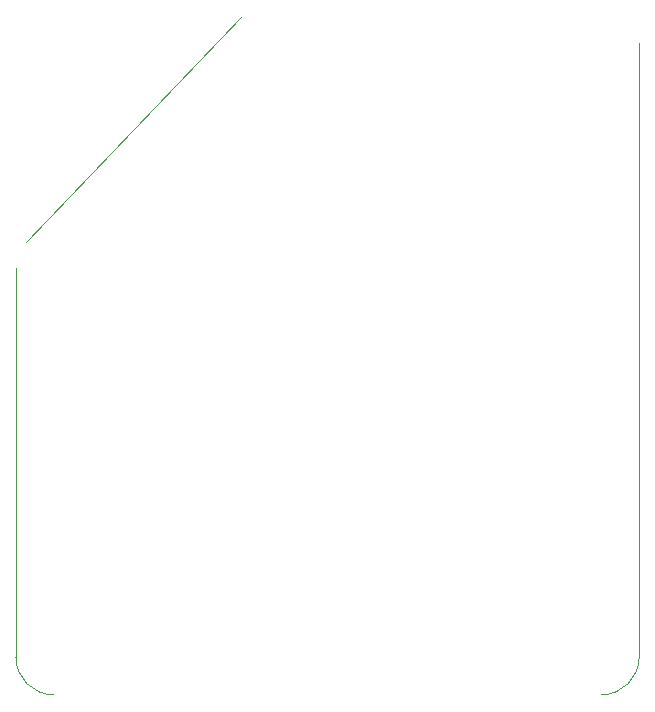
<source format=gm1>
G04*
G04 #@! TF.GenerationSoftware,Altium Limited,Altium Designer,19.1.6 (110)*
G04*
G04 Layer_Color=16711935*
%FSLAX44Y44*%
%MOMM*%
G71*
G01*
G75*
%ADD84C,0.0500*%
D84*
X250Y50800D02*
G03*
X32050Y19000I31800J0D01*
G01*
X496156D02*
G03*
X527956Y50800I0J31800D01*
G01*
X9068Y402636D02*
X190932Y592807D01*
X250Y50800D02*
Y380658D01*
X527956Y50800D02*
Y570829D01*
M02*

</source>
